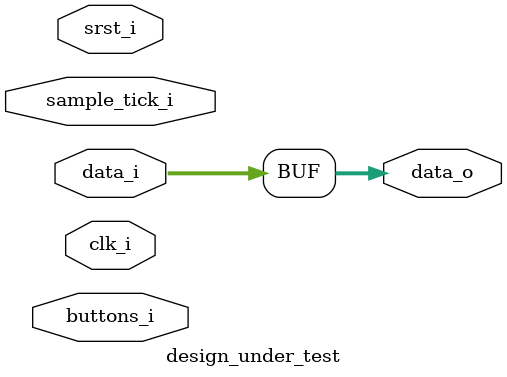
<source format=sv>
/*
 * MIT License
 *
 * Copyright (c) 2024 Dmitriy Nekrasov
 *
 * Permission is hereby granted, free of charge, to any person obtaining a copy
 * of this software and associated documentation files (the "Software"), to deal
 * in the Software without restriction, including without limitation the rights
 * to use, copy, modify, merge, publish, distribute, sublicense, and/or sell
 * copies of the Software, and to permit persons to whom the Software is
 * furnished to do so, subject to the following conditions:
 *
 * The above copyright notice and this permission notice shall be included in all
 * copies or substantial portions of the Software.
 *
 * THE SOFTWARE IS PROVIDED "AS IS", WITHOUT WARRANTY OF ANY KIND, EXPRESS OR
 * IMPLIED, INCLUDING BUT NOT LIMITED TO THE WARRANTIES OF MERCHANTABILITY,
 * FITNESS FOR A PARTICULAR PURPOSE AND NONINFRINGEMENT. IN NO EVENT SHALL THE
 * AUTHORS OR COPYRIGHT HOLDERS BE LIABLE FOR ANY CLAIM, DAMAGES OR OTHER
 * LIABILITY, WHETHER IN AN ACTION OF CONTRACT, TORT OR OTHERWISE, ARISING FROM,
 * OUT OF OR IN CONNECTION WITH THE SOFTWARE OR THE USE OR OTHER DEALINGS IN THE
 * SOFTWARE.
 *
 * ---------------------------------------------------------------------------------
 *
 * A blank placeholder to test new raw stuff
 *
 * -- Dmitry Nekrasov <bluebag@yandex.ru>   Mon, 08 Apr 2024 08:50:31 +0300
 */


module design_under_test #(
  parameter DWIDTH = 16
)  (
  input                     clk_i,
  input                     srst_i,
  input                     sample_tick_i,
  input               [2:0] buttons_i,
  input        [DWIDTH-1:0] data_i,
  output logic [DWIDTH-1:0] data_o
);

// Your test design here

assign data_o = data_i;

endmodule

</source>
